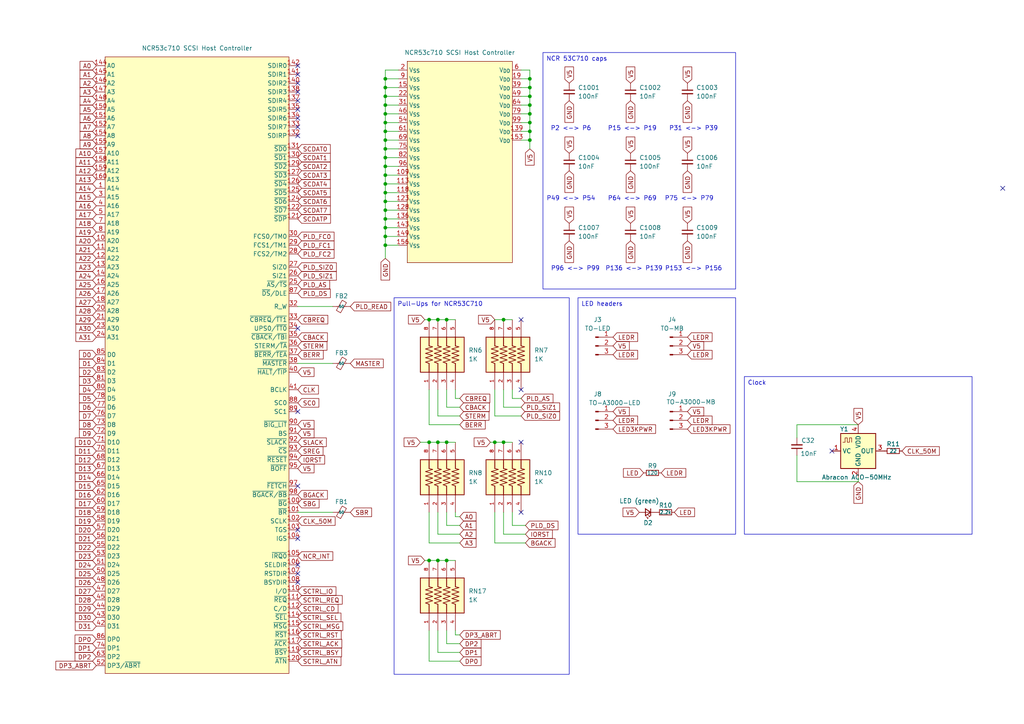
<source format=kicad_sch>
(kicad_sch (version 20250114) (generator "eeschema") (generator_version "9.0")
  (paper "A4")
  (title_block (title "A4092") (rev "PROTO0") (company "amiga.technology"))
  (text "P2 <-> P6" (at 165.608 37.338 0) (effects (font (size 1.27 1.27))))
  (text "P96 <-> P99" (at 166.878 77.978 0) (effects (font (size 1.27 1.27))))
  (text "P49 <-> P54" (at 165.608 57.658 0) (effects (font (size 1.27 1.27))))
  (text "P136 <-> P139" (at 183.896 77.978 0) (effects (font (size 1.27 1.27))))
  (text "P153 <-> P156" (at 201.168 77.978 0) (effects (font (size 1.27 1.27))))
  (text "P31 <-> P39" (at 201.168 37.338 0) (effects (font (size 1.27 1.27))))
  (text "P64 <-> P69" (at 183.388 57.658 0) (effects (font (size 1.27 1.27))))
  (text "P15 <-> P19" (at 183.388 37.338 0) (effects (font (size 1.27 1.27))))
  (text "P75 <-> P79" (at 199.898 57.658 0) (effects (font (size 1.27 1.27))))
  (text_box "LED headers\n" (at 167.64 86.36 0) (size 45.72 68.58) (margins 0.9525 0.9525 0.9525 0.9525) (effects (font (size 1.27 1.27)) (justify left top)))
  (text_box "NCR 53C710 caps" (at 157.48 15.24 0) (size 55.88 68.58) (margins 0.9525 0.9525 0.9525 0.9525) (effects (font (size 1.27 1.27)) (justify left top)))
  (text_box "Clock\n" (at 215.9 109.22 0) (size 66.04 45.72) (margins 0.9525 0.9525 0.9525 0.9525) (effects (font (size 1.27 1.27)) (justify left top)))
  (text_box "Pull-Ups for NCR53C710" (at 114.3 86.36 0) (size 50.8 109.22) (margins 0.9525 0.9525 0.9525 0.9525) (effects (font (size 1.27 1.27)) (justify left top)))
  (junction (at 111.76 55.88))
  (junction (at 124.46 92.71))
  (junction (at 111.76 27.94))
  (junction (at 124.46 162.56))
  (junction (at 111.76 22.86))
  (junction (at 129.54 92.71))
  (junction (at 153.67 35.56))
  (junction (at 111.76 48.26))
  (junction (at 129.54 128.27))
  (junction (at 153.67 25.4))
  (junction (at 127 162.56))
  (junction (at 111.76 68.58))
  (junction (at 111.76 58.42))
  (junction (at 111.76 66.04))
  (junction (at 111.76 35.56))
  (junction (at 111.76 50.8))
  (junction (at 153.67 27.94))
  (junction (at 111.76 53.34))
  (junction (at 129.54 162.56))
  (junction (at 111.76 45.72))
  (junction (at 146.05 128.27))
  (junction (at 153.67 33.02))
  (junction (at 111.76 40.64))
  (junction (at 111.76 33.02))
  (junction (at 143.51 128.27))
  (junction (at 153.67 30.48))
  (junction (at 153.67 22.86))
  (junction (at 111.76 60.96))
  (junction (at 153.67 38.1))
  (junction (at 111.76 30.48))
  (junction (at 111.76 43.18))
  (junction (at 111.76 63.5))
  (junction (at 111.76 38.1))
  (junction (at 124.46 128.27))
  (junction (at 111.76 71.12))
  (junction (at 153.67 40.64))
  (junction (at 127 128.27))
  (junction (at 146.05 92.71))
  (junction (at 111.76 25.4))
  (junction (at 127 92.71))
  (no_connect (at 86.36 153.67))
  (no_connect (at 241.3 130.81))
  (no_connect (at 86.36 163.83))
  (no_connect (at 151.13 148.59))
  (no_connect (at 151.13 113.03))
  (no_connect (at 86.36 24.13))
  (no_connect (at 86.36 29.21))
  (no_connect (at 86.36 168.91))
  (no_connect (at 151.13 128.27))
  (no_connect (at 151.13 92.71))
  (no_connect (at 86.36 31.75))
  (no_connect (at 86.36 19.05))
  (no_connect (at 86.36 26.67))
  (no_connect (at 86.36 95.25))
  (no_connect (at 86.36 140.97))
  (no_connect (at 86.36 34.29))
  (no_connect (at 86.36 21.59))
  (no_connect (at 86.36 156.21))
  (no_connect (at 290.83 54.61))
  (no_connect (at 86.36 166.37))
  (no_connect (at 86.36 39.37))
  (no_connect (at 86.36 36.83))
  (no_connect (at 86.36 119.38))
  (wire (pts (xy 111.76 20.32) (xy 115.57 20.32)))
  (wire (pts (xy 124.46 123.19) (xy 124.46 113.03)))
  (wire (pts (xy 129.54 162.56) (xy 132.08 162.56)))
  (wire (pts (xy 127 154.94) (xy 127 148.59)))
  (wire (pts (xy 123.19 92.71) (xy 124.46 92.71)))
  (wire (pts (xy 111.76 48.26) (xy 111.76 50.8)))
  (wire (pts (xy 124.46 162.56) (xy 127 162.56)))
  (wire (pts (xy 127 92.71) (xy 129.54 92.71)))
  (wire (pts (xy 151.13 22.86) (xy 153.67 22.86)))
  (wire (pts (xy 111.76 25.4) (xy 115.57 25.4)))
  (wire (pts (xy 142.24 128.27) (xy 143.51 128.27)))
  (wire (pts (xy 153.67 25.4) (xy 153.67 27.94)))
  (wire (pts (xy 153.67 30.48) (xy 153.67 33.02)))
  (wire (pts (xy 248.92 139.7) (xy 231.14 139.7)))
  (wire (pts (xy 132.08 149.86) (xy 132.08 148.59)))
  (wire (pts (xy 248.92 139.7) (xy 248.92 138.43)))
  (wire (pts (xy 124.46 191.77) (xy 124.46 182.88)))
  (wire (pts (xy 124.46 157.48) (xy 124.46 148.59)))
  (wire (pts (xy 111.76 27.94) (xy 111.76 25.4)))
  (wire (pts (xy 153.67 35.56) (xy 153.67 38.1)))
  (wire (pts (xy 151.13 33.02) (xy 153.67 33.02)))
  (wire (pts (xy 111.76 66.04) (xy 115.57 66.04)))
  (wire (pts (xy 146.05 118.11) (xy 151.13 118.11)))
  (wire (pts (xy 111.76 38.1) (xy 115.57 38.1)))
  (wire (pts (xy 111.76 43.18) (xy 111.76 45.72)))
  (wire (pts (xy 111.76 22.86) (xy 115.57 22.86)))
  (wire (pts (xy 129.54 186.69) (xy 129.54 182.88)))
  (wire (pts (xy 143.51 120.65) (xy 151.13 120.65)))
  (wire (pts (xy 127 120.65) (xy 127 113.03)))
  (wire (pts (xy 111.76 68.58) (xy 111.76 71.12)))
  (wire (pts (xy 111.76 33.02) (xy 111.76 35.56)))
  (wire (pts (xy 111.76 33.02) (xy 111.76 30.48)))
  (wire (pts (xy 133.35 149.86) (xy 132.08 149.86)))
  (wire (pts (xy 146.05 92.71) (xy 148.59 92.71)))
  (wire (pts (xy 152.4 154.94) (xy 146.05 154.94)))
  (wire (pts (xy 133.35 191.77) (xy 124.46 191.77)))
  (wire (pts (xy 111.76 63.5) (xy 111.76 66.04)))
  (wire (pts (xy 111.76 45.72) (xy 115.57 45.72)))
  (wire (pts (xy 111.76 30.48) (xy 115.57 30.48)))
  (wire (pts (xy 111.76 50.8) (xy 111.76 53.34)))
  (wire (pts (xy 111.76 55.88) (xy 115.57 55.88)))
  (wire (pts (xy 146.05 128.27) (xy 148.59 128.27)))
  (wire (pts (xy 133.35 120.65) (xy 127 120.65)))
  (wire (pts (xy 111.76 43.18) (xy 115.57 43.18)))
  (wire (pts (xy 111.76 40.64) (xy 111.76 43.18)))
  (wire (pts (xy 133.35 186.69) (xy 129.54 186.69)))
  (wire (pts (xy 111.76 22.86) (xy 111.76 20.32)))
  (wire (pts (xy 111.76 71.12) (xy 111.76 74.93)))
  (wire (pts (xy 152.4 152.4) (xy 148.59 152.4)))
  (wire (pts (xy 133.35 157.48) (xy 124.46 157.48)))
  (wire (pts (xy 111.76 30.48) (xy 111.76 27.94)))
  (wire (pts (xy 151.13 30.48) (xy 153.67 30.48)))
  (wire (pts (xy 111.76 50.8) (xy 115.57 50.8)))
  (wire (pts (xy 111.76 33.02) (xy 115.57 33.02)))
  (wire (pts (xy 111.76 38.1) (xy 111.76 40.64)))
  (wire (pts (xy 133.35 152.4) (xy 129.54 152.4)))
  (wire (pts (xy 132.08 113.03) (xy 132.08 115.57)))
  (wire (pts (xy 111.76 71.12) (xy 115.57 71.12)))
  (wire (pts (xy 111.76 58.42) (xy 115.57 58.42)))
  (wire (pts (xy 129.54 118.11) (xy 129.54 113.03)))
  (wire (pts (xy 153.67 22.86) (xy 153.67 25.4)))
  (wire (pts (xy 111.76 27.94) (xy 115.57 27.94)))
  (wire (pts (xy 111.76 35.56) (xy 111.76 38.1)))
  (wire (pts (xy 132.08 184.15) (xy 132.08 182.88)))
  (wire (pts (xy 129.54 92.71) (xy 132.08 92.71)))
  (wire (pts (xy 231.14 139.7) (xy 231.14 132.08)))
  (wire (pts (xy 115.57 35.56) (xy 111.76 35.56)))
  (wire (pts (xy 133.35 118.11) (xy 129.54 118.11)))
  (wire (pts (xy 111.76 55.88) (xy 111.76 58.42)))
  (wire (pts (xy 111.76 53.34) (xy 115.57 53.34)))
  (wire (pts (xy 148.59 115.57) (xy 151.13 115.57)))
  (wire (pts (xy 152.4 157.48) (xy 143.51 157.48)))
  (wire (pts (xy 111.76 53.34) (xy 111.76 55.88)))
  (wire (pts (xy 133.35 184.15) (xy 132.08 184.15)))
  (wire (pts (xy 86.36 88.9) (xy 96.52 88.9)))
  (wire (pts (xy 129.54 128.27) (xy 132.08 128.27)))
  (wire (pts (xy 151.13 27.94) (xy 153.67 27.94)))
  (wire (pts (xy 143.51 92.71) (xy 146.05 92.71)))
  (wire (pts (xy 151.13 40.64) (xy 153.67 40.64)))
  (wire (pts (xy 133.35 154.94) (xy 127 154.94)))
  (wire (pts (xy 231.14 123.19) (xy 231.14 127)))
  (wire (pts (xy 132.08 115.57) (xy 133.35 115.57)))
  (wire (pts (xy 111.76 60.96) (xy 115.57 60.96)))
  (wire (pts (xy 127 162.56) (xy 129.54 162.56)))
  (wire (pts (xy 111.76 63.5) (xy 115.57 63.5)))
  (wire (pts (xy 111.76 58.42) (xy 111.76 60.96)))
  (wire (pts (xy 133.35 189.23) (xy 127 189.23)))
  (wire (pts (xy 143.51 157.48) (xy 143.51 148.59)))
  (wire (pts (xy 148.59 152.4) (xy 148.59 148.59)))
  (wire (pts (xy 111.76 48.26) (xy 115.57 48.26)))
  (wire (pts (xy 151.13 25.4) (xy 153.67 25.4)))
  (wire (pts (xy 153.67 40.64) (xy 153.67 43.18)))
  (wire (pts (xy 148.59 113.03) (xy 148.59 115.57)))
  (wire (pts (xy 143.51 128.27) (xy 146.05 128.27)))
  (wire (pts (xy 146.05 154.94) (xy 146.05 148.59)))
  (wire (pts (xy 129.54 152.4) (xy 129.54 148.59)))
  (wire (pts (xy 111.76 25.4) (xy 111.76 22.86)))
  (wire (pts (xy 133.35 123.19) (xy 124.46 123.19)))
  (wire (pts (xy 111.76 60.96) (xy 111.76 63.5)))
  (wire (pts (xy 146.05 113.03) (xy 146.05 118.11)))
  (wire (pts (xy 111.76 45.72) (xy 111.76 48.26)))
  (wire (pts (xy 123.19 162.56) (xy 124.46 162.56)))
  (wire (pts (xy 248.92 123.19) (xy 231.14 123.19)))
  (wire (pts (xy 143.51 113.03) (xy 143.51 120.65)))
  (wire (pts (xy 151.13 35.56) (xy 153.67 35.56)))
  (wire (pts (xy 127 128.27) (xy 129.54 128.27)))
  (wire (pts (xy 121.92 128.27) (xy 124.46 128.27)))
  (wire (pts (xy 111.76 66.04) (xy 111.76 68.58)))
  (wire (pts (xy 127 189.23) (xy 127 182.88)))
  (wire (pts (xy 153.67 27.94) (xy 153.67 30.48)))
  (wire (pts (xy 86.36 148.59) (xy 96.52 148.59)))
  (wire (pts (xy 124.46 128.27) (xy 127 128.27)))
  (wire (pts (xy 151.13 38.1) (xy 153.67 38.1)))
  (wire (pts (xy 153.67 33.02) (xy 153.67 35.56)))
  (wire (pts (xy 111.76 40.64) (xy 115.57 40.64)))
  (wire (pts (xy 151.13 20.32) (xy 153.67 20.32)))
  (wire (pts (xy 153.67 38.1) (xy 153.67 40.64)))
  (wire (pts (xy 86.36 105.41) (xy 96.52 105.41)))
  (wire (pts (xy 124.46 92.71) (xy 127 92.71)))
  (wire (pts (xy 111.76 68.58) (xy 115.57 68.58)))
  (wire (pts (xy 153.67 20.32) (xy 153.67 22.86)))
  (global_label "SCDAT0" (shape input) (at 86.36 43.18 0) (property "Intersheetrefs" "${INTERSHEET_REFS}" (effects (hide yes))))
  (global_label "LED3KPWR" (shape input) (at 177.8 124.46 0) (property "Intersheetrefs" "${INTERSHEET_REFS}" (effects (hide yes))))
  (global_label "A31" (shape input) (at 27.94 97.79 180) (property "Intersheetrefs" "${INTERSHEET_REFS}" (effects (hide yes))))
  (global_label "A2" (shape input) (at 133.35 154.94 0) (property "Intersheetrefs" "${INTERSHEET_REFS}" (effects (hide yes))))
  (global_label "SCTRL_REQ" (shape input) (at 86.36 173.99 0) (property "Intersheetrefs" "${INTERSHEET_REFS}" (effects (hide yes))))
  (global_label "CLK_50M" (shape input) (at 261.62 130.81 0) (property "Intersheetrefs" "${INTERSHEET_REFS}" (effects (hide yes))))
  (global_label "A10" (shape input) (at 27.94 44.45 180) (property "Intersheetrefs" "${INTERSHEET_REFS}" (effects (hide yes))))
  (global_label "V5" (shape input) (at 248.92 123.19 90) (property "Intersheetrefs" "${INTERSHEET_REFS}" (effects (hide yes))))
  (global_label "A8" (shape input) (at 27.94 39.37 180) (property "Intersheetrefs" "${INTERSHEET_REFS}" (effects (hide yes))))
  (global_label "D23" (shape input) (at 27.94 161.29 180) (property "Intersheetrefs" "${INTERSHEET_REFS}" (effects (hide yes))))
  (global_label "BGACK" (shape input) (at 152.4 157.48 0) (property "Intersheetrefs" "${INTERSHEET_REFS}" (effects (hide yes))))
  (global_label "PLD_SIZ1" (shape input) (at 151.13 118.11 0) (property "Intersheetrefs" "${INTERSHEET_REFS}" (effects (hide yes))))
  (global_label "V5" (shape input) (at 165.1 64.77 90) (property "Intersheetrefs" "${INTERSHEET_REFS}" (effects (hide yes))))
  (global_label "V5" (shape input) (at 177.8 119.38 0) (property "Intersheetrefs" "${INTERSHEET_REFS}" (effects (hide yes))))
  (global_label "D12" (shape input) (at 27.94 133.35 180) (property "Intersheetrefs" "${INTERSHEET_REFS}" (effects (hide yes))))
  (global_label "A5" (shape input) (at 27.94 31.75 180) (property "Intersheetrefs" "${INTERSHEET_REFS}" (effects (hide yes))))
  (global_label "GND" (shape input) (at 199.39 49.53 270) (property "Intersheetrefs" "${INTERSHEET_REFS}" (effects (hide yes))))
  (global_label "DP0" (shape input) (at 27.94 185.42 180) (property "Intersheetrefs" "${INTERSHEET_REFS}" (effects (hide yes))))
  (global_label "SCDAT5" (shape input) (at 86.36 55.88 0) (property "Intersheetrefs" "${INTERSHEET_REFS}" (effects (hide yes))))
  (global_label "D13" (shape input) (at 27.94 135.89 180) (property "Intersheetrefs" "${INTERSHEET_REFS}" (effects (hide yes))))
  (global_label "V5" (shape input) (at 86.36 135.89 0) (property "Intersheetrefs" "${INTERSHEET_REFS}" (effects (hide yes))))
  (global_label "V5" (shape input) (at 143.51 92.71 180) (property "Intersheetrefs" "${INTERSHEET_REFS}" (effects (hide yes))))
  (global_label "D28" (shape input) (at 27.94 173.99 180) (property "Intersheetrefs" "${INTERSHEET_REFS}" (effects (hide yes))))
  (global_label "IORST" (shape input) (at 86.36 133.35 0) (property "Intersheetrefs" "${INTERSHEET_REFS}" (effects (hide yes))))
  (global_label "A16" (shape input) (at 27.94 59.69 180) (property "Intersheetrefs" "${INTERSHEET_REFS}" (effects (hide yes))))
  (global_label "A13" (shape input) (at 27.94 52.07 180) (property "Intersheetrefs" "${INTERSHEET_REFS}" (effects (hide yes))))
  (global_label "V5" (shape input) (at 185.42 148.59 180) (property "Intersheetrefs" "${INTERSHEET_REFS}" (effects (hide yes))))
  (global_label "D24" (shape input) (at 27.94 163.83 180) (property "Intersheetrefs" "${INTERSHEET_REFS}" (effects (hide yes))))
  (global_label "A3" (shape input) (at 27.94 26.67 180) (property "Intersheetrefs" "${INTERSHEET_REFS}" (effects (hide yes))))
  (global_label "A24" (shape input) (at 27.94 80.01 180) (property "Intersheetrefs" "${INTERSHEET_REFS}" (effects (hide yes))))
  (global_label "SCDATP" (shape input) (at 86.36 63.5 0) (property "Intersheetrefs" "${INTERSHEET_REFS}" (effects (hide yes))))
  (global_label "SCTRL_ATN" (shape input) (at 86.36 191.77 0) (property "Intersheetrefs" "${INTERSHEET_REFS}" (effects (hide yes))))
  (global_label "DP1" (shape input) (at 27.94 187.96 180) (property "Intersheetrefs" "${INTERSHEET_REFS}" (effects (hide yes))))
  (global_label "SLACK" (shape input) (at 86.36 128.27 0) (property "Intersheetrefs" "${INTERSHEET_REFS}" (effects (hide yes))))
  (global_label "D6" (shape input) (at 27.94 118.11 180) (property "Intersheetrefs" "${INTERSHEET_REFS}" (effects (hide yes))))
  (global_label "D31" (shape input) (at 27.94 181.61 180) (property "Intersheetrefs" "${INTERSHEET_REFS}" (effects (hide yes))))
  (global_label "BERR" (shape input) (at 86.36 102.87 0) (property "Intersheetrefs" "${INTERSHEET_REFS}" (effects (hide yes))))
  (global_label "GND" (shape input) (at 199.39 69.85 270) (property "Intersheetrefs" "${INTERSHEET_REFS}" (effects (hide yes))))
  (global_label "PLD_SIZ0" (shape input) (at 86.36 77.47 0) (property "Intersheetrefs" "${INTERSHEET_REFS}" (effects (hide yes))))
  (global_label "LEDR" (shape input) (at 199.39 97.79 0) (property "Intersheetrefs" "${INTERSHEET_REFS}" (effects (hide yes))))
  (global_label "A1" (shape input) (at 133.35 152.4 0) (property "Intersheetrefs" "${INTERSHEET_REFS}" (effects (hide yes))))
  (global_label "A0" (shape input) (at 27.94 19.05 180) (property "Intersheetrefs" "${INTERSHEET_REFS}" (effects (hide yes))))
  (global_label "SCTRL_SEL" (shape input) (at 86.36 179.07 0) (property "Intersheetrefs" "${INTERSHEET_REFS}" (effects (hide yes))))
  (global_label "SCDAT7" (shape input) (at 86.36 60.96 0) (property "Intersheetrefs" "${INTERSHEET_REFS}" (effects (hide yes))))
  (global_label "A3" (shape input) (at 133.35 157.48 0) (property "Intersheetrefs" "${INTERSHEET_REFS}" (effects (hide yes))))
  (global_label "V5" (shape input) (at 142.24 128.27 180) (property "Intersheetrefs" "${INTERSHEET_REFS}" (effects (hide yes))))
  (global_label "SCDAT2" (shape input) (at 86.36 48.26 0) (property "Intersheetrefs" "${INTERSHEET_REFS}" (effects (hide yes))))
  (global_label "D15" (shape input) (at 27.94 140.97 180) (property "Intersheetrefs" "${INTERSHEET_REFS}" (effects (hide yes))))
  (global_label "V5" (shape input) (at 199.39 44.45 90) (property "Intersheetrefs" "${INTERSHEET_REFS}" (effects (hide yes))))
  (global_label "CLK_50M" (shape input) (at 86.36 151.13 0) (property "Intersheetrefs" "${INTERSHEET_REFS}" (effects (hide yes))))
  (global_label "SREG" (shape input) (at 86.36 130.81 0) (property "Intersheetrefs" "${INTERSHEET_REFS}" (effects (hide yes))))
  (global_label "D16" (shape input) (at 27.94 143.51 180) (property "Intersheetrefs" "${INTERSHEET_REFS}" (effects (hide yes))))
  (global_label "DP3_ABRT" (shape input) (at 133.35 184.15 0) (property "Intersheetrefs" "${INTERSHEET_REFS}" (effects (hide yes))))
  (global_label "BGACK" (shape input) (at 86.36 143.51 0) (property "Intersheetrefs" "${INTERSHEET_REFS}" (effects (hide yes))))
  (global_label "V5" (shape input) (at 165.1 24.13 90) (property "Intersheetrefs" "${INTERSHEET_REFS}" (effects (hide yes))))
  (global_label "SCTRL_MSG" (shape input) (at 86.36 181.61 0) (property "Intersheetrefs" "${INTERSHEET_REFS}" (effects (hide yes))))
  (global_label "LEDR" (shape input) (at 177.8 121.92 0) (property "Intersheetrefs" "${INTERSHEET_REFS}" (effects (hide yes))))
  (global_label "IORST" (shape input) (at 152.4 154.94 0) (property "Intersheetrefs" "${INTERSHEET_REFS}" (effects (hide yes))))
  (global_label "D27" (shape input) (at 27.94 171.45 180) (property "Intersheetrefs" "${INTERSHEET_REFS}" (effects (hide yes))))
  (global_label "V5" (shape input) (at 123.19 92.71 180) (property "Intersheetrefs" "${INTERSHEET_REFS}" (effects (hide yes))))
  (global_label "GND" (shape input) (at 182.88 49.53 270) (property "Intersheetrefs" "${INTERSHEET_REFS}" (effects (hide yes))))
  (global_label "SBG" (shape input) (at 86.36 146.05 0) (property "Intersheetrefs" "${INTERSHEET_REFS}" (effects (hide yes))))
  (global_label "D20" (shape input) (at 27.94 153.67 180) (property "Intersheetrefs" "${INTERSHEET_REFS}" (effects (hide yes))))
  (global_label "PLD_FC2" (shape input) (at 86.36 73.66 0) (property "Intersheetrefs" "${INTERSHEET_REFS}" (effects (hide yes))))
  (global_label "D18" (shape input) (at 27.94 148.59 180) (property "Intersheetrefs" "${INTERSHEET_REFS}" (effects (hide yes))))
  (global_label "A19" (shape input) (at 27.94 67.31 180) (property "Intersheetrefs" "${INTERSHEET_REFS}" (effects (hide yes))))
  (global_label "LEDR" (shape input) (at 191.77 137.16 0) (property "Intersheetrefs" "${INTERSHEET_REFS}" (effects (hide yes))))
  (global_label "LEDR" (shape input) (at 199.39 102.87 0) (property "Intersheetrefs" "${INTERSHEET_REFS}" (effects (hide yes))))
  (global_label "A6" (shape input) (at 27.94 34.29 180) (property "Intersheetrefs" "${INTERSHEET_REFS}" (effects (hide yes))))
  (global_label "LED3KPWR" (shape input) (at 199.39 124.46 0) (property "Intersheetrefs" "${INTERSHEET_REFS}" (effects (hide yes))))
  (global_label "PLD_FC0" (shape input) (at 86.36 68.58 0) (property "Intersheetrefs" "${INTERSHEET_REFS}" (effects (hide yes))))
  (global_label "V5" (shape input) (at 177.8 100.33 0) (property "Intersheetrefs" "${INTERSHEET_REFS}" (effects (hide yes))))
  (global_label "A14" (shape input) (at 27.94 54.61 180) (property "Intersheetrefs" "${INTERSHEET_REFS}" (effects (hide yes))))
  (global_label "D22" (shape input) (at 27.94 158.75 180) (property "Intersheetrefs" "${INTERSHEET_REFS}" (effects (hide yes))))
  (global_label "CBREQ" (shape input) (at 133.35 115.57 0) (property "Intersheetrefs" "${INTERSHEET_REFS}" (effects (hide yes))))
  (global_label "D30" (shape input) (at 27.94 179.07 180) (property "Intersheetrefs" "${INTERSHEET_REFS}" (effects (hide yes))))
  (global_label "PLD_DS" (shape input) (at 86.36 85.09 0) (property "Intersheetrefs" "${INTERSHEET_REFS}" (effects (hide yes))))
  (global_label "SCTRL_RST" (shape input) (at 86.36 184.15 0) (property "Intersheetrefs" "${INTERSHEET_REFS}" (effects (hide yes))))
  (global_label "GND" (shape input) (at 111.76 74.93 270) (property "Intersheetrefs" "${INTERSHEET_REFS}" (effects (hide yes))))
  (global_label "SCDAT4" (shape input) (at 86.36 53.34 0) (property "Intersheetrefs" "${INTERSHEET_REFS}" (effects (hide yes))))
  (global_label "SBR" (shape input) (at 101.6 148.59 0) (property "Intersheetrefs" "${INTERSHEET_REFS}" (effects (hide yes))))
  (global_label "CBACK" (shape input) (at 133.35 118.11 0) (property "Intersheetrefs" "${INTERSHEET_REFS}" (effects (hide yes))))
  (global_label "V5" (shape input) (at 165.1 44.45 90) (property "Intersheetrefs" "${INTERSHEET_REFS}" (effects (hide yes))))
  (global_label "D8" (shape input) (at 27.94 123.19 180) (property "Intersheetrefs" "${INTERSHEET_REFS}" (effects (hide yes))))
  (global_label "DP3_ABRT" (shape input) (at 27.94 193.04 180) (property "Intersheetrefs" "${INTERSHEET_REFS}" (effects (hide yes))))
  (global_label "PLD_AS" (shape input) (at 86.36 82.55 0) (property "Intersheetrefs" "${INTERSHEET_REFS}" (effects (hide yes))))
  (global_label "D2" (shape input) (at 27.94 107.95 180) (property "Intersheetrefs" "${INTERSHEET_REFS}" (effects (hide yes))))
  (global_label "SC0" (shape input) (at 86.36 116.84 0) (property "Intersheetrefs" "${INTERSHEET_REFS}" (effects (hide yes))))
  (global_label "BERR" (shape input) (at 133.35 123.19 0) (property "Intersheetrefs" "${INTERSHEET_REFS}" (effects (hide yes))))
  (global_label "DP2" (shape input) (at 27.94 190.5 180) (property "Intersheetrefs" "${INTERSHEET_REFS}" (effects (hide yes))))
  (global_label "A21" (shape input) (at 27.94 72.39 180) (property "Intersheetrefs" "${INTERSHEET_REFS}" (effects (hide yes))))
  (global_label "SCDAT1" (shape input) (at 86.36 45.72 0) (property "Intersheetrefs" "${INTERSHEET_REFS}" (effects (hide yes))))
  (global_label "GND" (shape input) (at 248.92 139.7 270) (property "Intersheetrefs" "${INTERSHEET_REFS}" (effects (hide yes))))
  (global_label "A18" (shape input) (at 27.94 64.77 180) (property "Intersheetrefs" "${INTERSHEET_REFS}" (effects (hide yes))))
  (global_label "V5" (shape input) (at 121.92 128.27 180) (property "Intersheetrefs" "${INTERSHEET_REFS}" (effects (hide yes))))
  (global_label "LEDR" (shape input) (at 177.8 102.87 0) (property "Intersheetrefs" "${INTERSHEET_REFS}" (effects (hide yes))))
  (global_label "D4" (shape input) (at 27.94 113.03 180) (property "Intersheetrefs" "${INTERSHEET_REFS}" (effects (hide yes))))
  (global_label "V5" (shape input) (at 199.39 64.77 90) (property "Intersheetrefs" "${INTERSHEET_REFS}" (effects (hide yes))))
  (global_label "D14" (shape input) (at 27.94 138.43 180) (property "Intersheetrefs" "${INTERSHEET_REFS}" (effects (hide yes))))
  (global_label "LED" (shape input) (at 186.69 137.16 180) (property "Intersheetrefs" "${INTERSHEET_REFS}" (effects (hide yes))))
  (global_label "SCDAT3" (shape input) (at 86.36 50.8 0) (property "Intersheetrefs" "${INTERSHEET_REFS}" (effects (hide yes))))
  (global_label "V5" (shape input) (at 182.88 24.13 90) (property "Intersheetrefs" "${INTERSHEET_REFS}" (effects (hide yes))))
  (global_label "A0" (shape input) (at 133.35 149.86 0) (property "Intersheetrefs" "${INTERSHEET_REFS}" (effects (hide yes))))
  (global_label "A11" (shape input) (at 27.94 46.99 180) (property "Intersheetrefs" "${INTERSHEET_REFS}" (effects (hide yes))))
  (global_label "GND" (shape input) (at 182.88 69.85 270) (property "Intersheetrefs" "${INTERSHEET_REFS}" (effects (hide yes))))
  (global_label "STERM" (shape input) (at 86.36 100.33 0) (property "Intersheetrefs" "${INTERSHEET_REFS}" (effects (hide yes))))
  (global_label "LEDR" (shape input) (at 199.39 121.92 0) (property "Intersheetrefs" "${INTERSHEET_REFS}" (effects (hide yes))))
  (global_label "SCTRL_IO" (shape input) (at 86.36 171.45 0) (property "Intersheetrefs" "${INTERSHEET_REFS}" (effects (hide yes))))
  (global_label "MASTER" (shape input) (at 101.6 105.41 0) (property "Intersheetrefs" "${INTERSHEET_REFS}" (effects (hide yes))))
  (global_label "D29" (shape input) (at 27.94 176.53 180) (property "Intersheetrefs" "${INTERSHEET_REFS}" (effects (hide yes))))
  (global_label "GND" (shape input) (at 182.88 29.21 270) (property "Intersheetrefs" "${INTERSHEET_REFS}" (effects (hide yes))))
  (global_label "D3" (shape input) (at 27.94 110.49 180) (property "Intersheetrefs" "${INTERSHEET_REFS}" (effects (hide yes))))
  (global_label "V5" (shape input) (at 86.36 123.19 0) (property "Intersheetrefs" "${INTERSHEET_REFS}" (effects (hide yes))))
  (global_label "D19" (shape input) (at 27.94 151.13 180) (property "Intersheetrefs" "${INTERSHEET_REFS}" (effects (hide yes))))
  (global_label "DP0" (shape input) (at 133.35 191.77 0) (property "Intersheetrefs" "${INTERSHEET_REFS}" (effects (hide yes))))
  (global_label "A25" (shape input) (at 27.94 82.55 180) (property "Intersheetrefs" "${INTERSHEET_REFS}" (effects (hide yes))))
  (global_label "SCTRL_BSY" (shape input) (at 86.36 189.23 0) (property "Intersheetrefs" "${INTERSHEET_REFS}" (effects (hide yes))))
  (global_label "A17" (shape input) (at 27.94 62.23 180) (property "Intersheetrefs" "${INTERSHEET_REFS}" (effects (hide yes))))
  (global_label "D5" (shape input) (at 27.94 115.57 180) (property "Intersheetrefs" "${INTERSHEET_REFS}" (effects (hide yes))))
  (global_label "PLD_AS" (shape input) (at 151.13 115.57 0) (property "Intersheetrefs" "${INTERSHEET_REFS}" (effects (hide yes))))
  (global_label "D9" (shape input) (at 27.94 125.73 180) (property "Intersheetrefs" "${INTERSHEET_REFS}" (effects (hide yes))))
  (global_label "PLD_READ" (shape input) (at 101.6 88.9 0) (property "Intersheetrefs" "${INTERSHEET_REFS}" (effects (hide yes))))
  (global_label "CBACK" (shape input) (at 86.36 97.79 0) (property "Intersheetrefs" "${INTERSHEET_REFS}" (effects (hide yes))))
  (global_label "V5" (shape input) (at 199.39 100.33 0) (property "Intersheetrefs" "${INTERSHEET_REFS}" (effects (hide yes))))
  (global_label "D21" (shape input) (at 27.94 156.21 180) (property "Intersheetrefs" "${INTERSHEET_REFS}" (effects (hide yes))))
  (global_label "DP2" (shape input) (at 133.35 186.69 0) (property "Intersheetrefs" "${INTERSHEET_REFS}" (effects (hide yes))))
  (global_label "A29" (shape input) (at 27.94 92.71 180) (property "Intersheetrefs" "${INTERSHEET_REFS}" (effects (hide yes))))
  (global_label "STERM" (shape input) (at 133.35 120.65 0) (property "Intersheetrefs" "${INTERSHEET_REFS}" (effects (hide yes))))
  (global_label "LED" (shape input) (at 195.58 148.59 0) (property "Intersheetrefs" "${INTERSHEET_REFS}" (effects (hide yes))))
  (global_label "A28" (shape input) (at 27.94 90.17 180) (property "Intersheetrefs" "${INTERSHEET_REFS}" (effects (hide yes))))
  (global_label "PLD_DS" (shape input) (at 152.4 152.4 0) (property "Intersheetrefs" "${INTERSHEET_REFS}" (effects (hide yes))))
  (global_label "A1" (shape input) (at 27.94 21.59 180) (property "Intersheetrefs" "${INTERSHEET_REFS}" (effects (hide yes))))
  (global_label "D17" (shape input) (at 27.94 146.05 180) (property "Intersheetrefs" "${INTERSHEET_REFS}" (effects (hide yes))))
  (global_label "GND" (shape input) (at 165.1 49.53 270) (property "Intersheetrefs" "${INTERSHEET_REFS}" (effects (hide yes))))
  (global_label "A22" (shape input) (at 27.94 74.93 180) (property "Intersheetrefs" "${INTERSHEET_REFS}" (effects (hide yes))))
  (global_label "LEDR" (shape input) (at 177.8 97.79 0) (property "Intersheetrefs" "${INTERSHEET_REFS}" (effects (hide yes))))
  (global_label "A2" (shape input) (at 27.94 24.13 180) (property "Intersheetrefs" "${INTERSHEET_REFS}" (effects (hide yes))))
  (global_label "V5" (shape input) (at 86.36 125.73 0) (property "Intersheetrefs" "${INTERSHEET_REFS}" (effects (hide yes))))
  (global_label "D7" (shape input) (at 27.94 120.65 180) (property "Intersheetrefs" "${INTERSHEET_REFS}" (effects (hide yes))))
  (global_label "A20" (shape input) (at 27.94 69.85 180) (property "Intersheetrefs" "${INTERSHEET_REFS}" (effects (hide yes))))
  (global_label "A23" (shape input) (at 27.94 77.47 180) (property "Intersheetrefs" "${INTERSHEET_REFS}" (effects (hide yes))))
  (global_label "A12" (shape input) (at 27.94 49.53 180) (property "Intersheetrefs" "${INTERSHEET_REFS}" (effects (hide yes))))
  (global_label "A27" (shape input) (at 27.94 87.63 180) (property "Intersheetrefs" "${INTERSHEET_REFS}" (effects (hide yes))))
  (global_label "V5" (shape input) (at 182.88 64.77 90) (property "Intersheetrefs" "${INTERSHEET_REFS}" (effects (hide yes))))
  (global_label "A26" (shape input) (at 27.94 85.09 180) (property "Intersheetrefs" "${INTERSHEET_REFS}" (effects (hide yes))))
  (global_label "PLD_FC1" (shape input) (at 86.36 71.12 0) (property "Intersheetrefs" "${INTERSHEET_REFS}" (effects (hide yes))))
  (global_label "GND" (shape input) (at 199.39 29.21 270) (property "Intersheetrefs" "${INTERSHEET_REFS}" (effects (hide yes))))
  (global_label "D0" (shape input) (at 27.94 102.87 180) (property "Intersheetrefs" "${INTERSHEET_REFS}" (effects (hide yes))))
  (global_label "GND" (shape input) (at 165.1 29.21 270) (property "Intersheetrefs" "${INTERSHEET_REFS}" (effects (hide yes))))
  (global_label "PLD_SIZ1" (shape input) (at 86.36 80.01 0) (property "Intersheetrefs" "${INTERSHEET_REFS}" (effects (hide yes))))
  (global_label "A4" (shape input) (at 27.94 29.21 180) (property "Intersheetrefs" "${INTERSHEET_REFS}" (effects (hide yes))))
  (global_label "D10" (shape input) (at 27.94 128.27 180) (property "Intersheetrefs" "${INTERSHEET_REFS}" (effects (hide yes))))
  (global_label "D11" (shape input) (at 27.94 130.81 180) (property "Intersheetrefs" "${INTERSHEET_REFS}" (effects (hide yes))))
  (global_label "SCTRL_CD" (shape input) (at 86.36 176.53 0) (property "Intersheetrefs" "${INTERSHEET_REFS}" (effects (hide yes))))
  (global_label "PLD_SIZ0" (shape input) (at 151.13 120.65 0) (property "Intersheetrefs" "${INTERSHEET_REFS}" (effects (hide yes))))
  (global_label "V5" (shape input) (at 123.19 162.56 180) (property "Intersheetrefs" "${INTERSHEET_REFS}" (effects (hide yes))))
  (global_label "V5" (shape input) (at 182.88 44.45 90) (property "Intersheetrefs" "${INTERSHEET_REFS}" (effects (hide yes))))
  (global_label "A15" (shape input) (at 27.94 57.15 180) (property "Intersheetrefs" "${INTERSHEET_REFS}" (effects (hide yes))))
  (global_label "A30" (shape input) (at 27.94 95.25 180) (property "Intersheetrefs" "${INTERSHEET_REFS}" (effects (hide yes))))
  (global_label "SCDAT6" (shape input) (at 86.36 58.42 0) (property "Intersheetrefs" "${INTERSHEET_REFS}" (effects (hide yes))))
  (global_label "A7" (shape input) (at 27.94 36.83 180) (property "Intersheetrefs" "${INTERSHEET_REFS}" (effects (hide yes))))
  (global_label "D25" (shape input) (at 27.94 166.37 180) (property "Intersheetrefs" "${INTERSHEET_REFS}" (effects (hide yes))))
  (global_label "A9" (shape input) (at 27.94 41.91 180) (property "Intersheetrefs" "${INTERSHEET_REFS}" (effects (hide yes))))
  (global_label "V5" (shape input) (at 86.36 107.95 0) (property "Intersheetrefs" "${INTERSHEET_REFS}" (effects (hide yes))))
  (global_label "D1" (shape input) (at 27.94 105.41 180) (property "Intersheetrefs" "${INTERSHEET_REFS}" (effects (hide yes))))
  (global_label "CBREQ" (shape input) (at 86.36 92.71 0) (property "Intersheetrefs" "${INTERSHEET_REFS}" (effects (hide yes))))
  (global_label "SCTRL_ACK" (shape input) (at 86.36 186.69 0) (property "Intersheetrefs" "${INTERSHEET_REFS}" (effects (hide yes))))
  (global_label "V5" (shape input) (at 199.39 119.38 0) (property "Intersheetrefs" "${INTERSHEET_REFS}" (effects (hide yes))))
  (global_label "NCR_INT" (shape input) (at 86.36 161.29 0) (property "Intersheetrefs" "${INTERSHEET_REFS}" (effects (hide yes))))
  (global_label "D26" (shape input) (at 27.94 168.91 180) (property "Intersheetrefs" "${INTERSHEET_REFS}" (effects (hide yes))))
  (global_label "V5" (shape input) (at 153.67 43.18 270) (property "Intersheetrefs" "${INTERSHEET_REFS}" (effects (hide yes))))
  (global_label "GND" (shape input) (at 165.1 69.85 270) (property "Intersheetrefs" "${INTERSHEET_REFS}" (effects (hide yes))))
  (global_label "DP1" (shape input) (at 133.35 189.23 0) (property "Intersheetrefs" "${INTERSHEET_REFS}" (effects (hide yes))))
  (global_label "V5" (shape input) (at 199.39 24.13 90) (property "Intersheetrefs" "${INTERSHEET_REFS}" (effects (hide yes))))
  (global_label "CLK" (shape input) (at 86.36 113.03 0) (property "Intersheetrefs" "${INTERSHEET_REFS}" (effects (hide yes))))
  (symbol (lib_id "YC324-FK-071KL:YC324-FK-071KL") (at 129.54 102.87 90) (unit 1)
    (property "Reference" "RN6" (at 135.89 101.5999 90) (effects (justify right)))
    (property "Value" "1K" (at 135.89 104.1399 90) (effects (justify right)))
    (property "Footprint" "CAY16_102J4LF:BO_CAY16" (effects (hide yes)))
    (property "MAXIMUM_PACKAGE_HEIGHT" "0.7 mm" (effects (hide yes)))
    (property "PARTREV" "V.9" (effects (hide yes)))
    (property "MANUFACTURER" "Yageo" (effects (hide yes)))
    (property "SNAPEDA_PACKAGE_ID" "22941" (effects (hide yes)))
    (property "STANDARD" "IPC 7351B" (effects (hide yes)))
    (property "LCSC Part #" "C784824" (effects (hide yes)))
  )
  (symbol (lib_id "Device:C_Small") (at 199.39 67.31 0) (unit 1)
    (property "Reference" "C1009" (at 201.93 66.0462 0) (effects (justify left)))
    (property "Value" "100nF" (at 201.93 68.5862 0) (effects (justify left)))
    (property "Footprint" "Capacitor_SMD:C_0603_1608Metric_Pad1.08x0.95mm_HandSolder" (effects (hide yes)))
    (property "Description" "Unpolarized capacitor, small symbol" (effects (hide yes)))
    (property "LCSC Part #" "C14663" (effects (hide yes)))
  )
  (symbol (lib_id "YC324-FK-071KL:YC324-FK-071KL") (at 148.59 138.43 90) (unit 1)
    (property "Reference" "RN10" (at 154.94 137.1599 90) (effects (justify right)))
    (property "Value" "1K" (at 154.94 139.6999 90) (effects (justify right)))
    (property "Footprint" "CAY16_102J4LF:BO_CAY16" (effects (hide yes)))
    (property "MAXIMUM_PACKAGE_HEIGHT" "0.7 mm" (effects (hide yes)))
    (property "PARTREV" "V.9" (effects (hide yes)))
    (property "MANUFACTURER" "Yageo" (effects (hide yes)))
    (property "SNAPEDA_PACKAGE_ID" "22941" (effects (hide yes)))
    (property "STANDARD" "IPC 7351B" (effects (hide yes)))
    (property "LCSC Part #" "C784824" (effects (hide yes)))
  )
  (symbol (lib_id "YC324-FK-071KL:YC324-FK-071KL") (at 148.59 102.87 90) (unit 1)
    (property "Reference" "RN7" (at 154.94 101.5999 90) (effects (justify right)))
    (property "Value" "1K" (at 154.94 104.1399 90) (effects (justify right)))
    (property "Footprint" "CAY16_102J4LF:BO_CAY16" (effects (hide yes)))
    (property "MAXIMUM_PACKAGE_HEIGHT" "0.7 mm" (effects (hide yes)))
    (property "PARTREV" "V.9" (effects (hide yes)))
    (property "MANUFACTURER" "Yageo" (effects (hide yes)))
    (property "SNAPEDA_PACKAGE_ID" "22941" (effects (hide yes)))
    (property "STANDARD" "IPC 7351B" (effects (hide yes)))
    (property "LCSC Part #" "C784824" (effects (hide yes)))
  )
  (symbol (lib_id "Device:C_Small") (at 231.14 129.54 180) (unit 1)
    (property "Reference" "C32" (at 232.41 127.762 0) (effects (justify right)))
    (property "Value" "10nF" (at 232.156 131.572 0) (effects (justify right)))
    (property "Footprint" "Capacitor_SMD:C_0603_1608Metric_Pad1.08x0.95mm_HandSolder" (effects (hide yes)))
    (property "Description" "Unpolarized capacitor, small symbol" (effects (hide yes)))
    (property "LCSC Part #" "C57112" (effects (hide yes)))
  )
  (symbol (lib_id "Device:R_Small") (at 259.08 130.81 90) (unit 1)
    (property "Reference" "R11" (at 259.08 128.778 90))
    (property "Value" "22" (at 259.08 130.81 90) (effects (font (size 1.016 1.016))))
    (property "Footprint" "Resistor_SMD:R_0603_1608Metric" (effects (hide yes)))
    (property "Description" "Resistor, small symbol" (effects (hide yes)))
    (property "LCSC Part #" "C23345" (effects (hide yes)))
  )
  (symbol (lib_id "Oscillator:FT5HV") (at 248.92 130.81 0) (unit 1)
    (property "Reference" "Y1" (at 246.126 124.46 0) (effects (justify right)))
    (property "Value" "Abracon ACO-50MHz" (at 258.572 138.43 0) (effects (justify right)))
    (property "Footprint" "Oscillator:Oscillator_SMD_Fox_FT5H_5.0x3.2mm" (effects (hide yes)))
    (property "Datasheet" "https://foxonline.com/wp-content/uploads/pdfs/T5HN_T5HV.pdf" (effects (hide yes)))
    (property "Description" "HCMOS temperature compensated voltage controlled oscillator" (effects (hide yes)))
    (property "LCSC Part #" "C7431196" (effects (hide yes)))
  )
  (symbol (lib_id "Device:C_Small") (at 165.1 26.67 0) (unit 1)
    (property "Reference" "C1001" (at 167.64 25.4062 0) (effects (justify left)))
    (property "Value" "100nF" (at 167.64 27.9462 0) (effects (justify left)))
    (property "Footprint" "Capacitor_SMD:C_0603_1608Metric_Pad1.08x0.95mm_HandSolder" (effects (hide yes)))
    (property "Description" "Unpolarized capacitor, small symbol" (effects (hide yes)))
    (property "LCSC Part #" "C14663" (effects (hide yes)))
  )
  (symbol (lib_id "Device:FerriteBead_Small") (at 99.06 148.59 90) (unit 1)
    (property "Reference" "FB1" (at 99.06 145.542 90))
    (property "Value" "60" (at 99.06 148.59 90) (effects (font (size 0.762 0.762))))
    (property "Footprint" "Capacitor_SMD:C_0603_1608Metric_Pad1.08x0.95mm_HandSolder" (effects (hide yes)))
    (property "Datasheet" "https://www.mouser.com/datasheet/2/281/QNFA9101-1915702.pdf" (effects (hide yes)))
    (property "Description" "Ferrite bead, small symbol" (effects (hide yes)))
    (property "LCSC Part #" "C95177" (effects (hide yes)))
  )
  (symbol (lib_id "Device:C_Small") (at 165.1 46.99 0) (unit 1)
    (property "Reference" "C1004" (at 167.64 45.7262 0) (effects (justify left)))
    (property "Value" "10nF" (at 167.64 48.2662 0) (effects (justify left)))
    (property "Footprint" "Capacitor_SMD:C_0603_1608Metric_Pad1.08x0.95mm_HandSolder" (effects (hide yes)))
    (property "Description" "Unpolarized capacitor, small symbol" (effects (hide yes)))
    (property "LCSC Part #" "C57112" (effects (hide yes)))
  )
  (symbol (lib_id "Device:C_Small") (at 182.88 46.99 0) (unit 1)
    (property "Reference" "C1005" (at 185.42 45.7262 0) (effects (justify left)))
    (property "Value" "100nF" (at 185.42 48.2662 0) (effects (justify left)))
    (property "Footprint" "Capacitor_SMD:C_0603_1608Metric_Pad1.08x0.95mm_HandSolder" (effects (hide yes)))
    (property "Description" "Unpolarized capacitor, small symbol" (effects (hide yes)))
    (property "LCSC Part #" "C14663" (effects (hide yes)))
  )
  (symbol (lib_id "Device:LED_Small") (at 187.96 148.59 180) (unit 1)
    (property "Reference" "D2" (at 187.96 151.638 0))
    (property "Value" "LED (green)" (at 185.42 145.288 0))
    (property "Footprint" "LED_SMD:LED_0805_2012Metric" (effects (hide yes)))
    (property "Description" "Light emitting diode, small symbol" (effects (hide yes)))
    (property "Sim.Pin" "1=K 2=A" (effects (hide yes)))
    (property "LCSC Part #" "C965821" (effects (hide yes)))
  )
  (symbol (lib_id "Device:C_Small") (at 165.1 67.31 0) (unit 1)
    (property "Reference" "C1007" (at 167.64 66.0462 0) (effects (justify left)))
    (property "Value" "100nF" (at 167.64 68.5862 0) (effects (justify left)))
    (property "Footprint" "Capacitor_SMD:C_0603_1608Metric_Pad1.08x0.95mm_HandSolder" (effects (hide yes)))
    (property "Description" "Unpolarized capacitor, small symbol" (effects (hide yes)))
    (property "LCSC Part #" "C14663" (effects (hide yes)))
  )
  (symbol (lib_id "YC324-FK-071KL:YC324-FK-071KL") (at 129.54 138.43 90) (unit 1)
    (property "Reference" "RN8" (at 135.89 137.1599 90) (effects (justify right)))
    (property "Value" "1K" (at 135.89 139.6999 90) (effects (justify right)))
    (property "Footprint" "CAY16_102J4LF:BO_CAY16" (effects (hide yes)))
    (property "MAXIMUM_PACKAGE_HEIGHT" "0.7 mm" (effects (hide yes)))
    (property "PARTREV" "V.9" (effects (hide yes)))
    (property "MANUFACTURER" "Yageo" (effects (hide yes)))
    (property "SNAPEDA_PACKAGE_ID" "22941" (effects (hide yes)))
    (property "STANDARD" "IPC 7351B" (effects (hide yes)))
    (property "LCSC Part #" "C784824" (effects (hide yes)))
  )
  (symbol (lib_id "Device:FerriteBead_Small") (at 99.06 88.9 90) (unit 1)
    (property "Reference" "FB2" (at 99.06 85.852 90))
    (property "Value" "60" (at 99.06 88.9 90) (effects (font (size 0.762 0.762))))
    (property "Footprint" "Capacitor_SMD:C_0603_1608Metric_Pad1.08x0.95mm_HandSolder" (effects (hide yes)))
    (property "Datasheet" "https://www.mouser.com/datasheet/2/281/QNFA9101-1915702.pdf" (effects (hide yes)))
    (property "Description" "Ferrite bead, small symbol" (effects (hide yes)))
    (property "LCSC Part #" "C95177" (effects (hide yes)))
  )
  (symbol (lib_id "Device:C_Small") (at 182.88 67.31 0) (unit 1)
    (property "Reference" "C1008" (at 185.42 66.0462 0) (effects (justify left)))
    (property "Value" "10nF" (at 185.42 68.5862 0) (effects (justify left)))
    (property "Footprint" "Capacitor_SMD:C_0603_1608Metric_Pad1.08x0.95mm_HandSolder" (effects (hide yes)))
    (property "Description" "Unpolarized capacitor, small symbol" (effects (hide yes)))
    (property "LCSC Part #" "C57112" (effects (hide yes)))
  )
  (symbol (lib_id "Device:R_Small") (at 189.23 137.16 90) (unit 1)
    (property "Reference" "R9" (at 189.23 135.128 90))
    (property "Value" "120" (at 189.23 137.16 90) (effects (font (size 1.016 1.016))))
    (property "Footprint" "Resistor_SMD:R_0603_1608Metric" (effects (hide yes)))
    (property "Description" "Resistor, small symbol" (effects (hide yes)))
    (property "LCSC Part #" "C22787" (effects (hide yes)))
  )
  (symbol (lib_id "Device:FerriteBead_Small") (at 99.06 105.41 90) (unit 1)
    (property "Reference" "FB3" (at 99.06 102.362 90))
    (property "Value" "60" (at 99.06 105.41 90) (effects (font (size 0.762 0.762))))
    (property "Footprint" "Capacitor_SMD:C_0603_1608Metric_Pad1.08x0.95mm_HandSolder" (effects (hide yes)))
    (property "Datasheet" "https://www.mouser.com/datasheet/2/281/QNFA9101-1915702.pdf" (effects (hide yes)))
    (property "Description" "Ferrite bead, small symbol" (effects (hide yes)))
    (property "LCSC Part #" "C95177" (effects (hide yes)))
  )
  (symbol (lib_id "Connector:Conn_01x03_Pin") (at 172.72 100.33 0) (unit 1)
    (property "Reference" "J3" (at 173.355 92.71 0))
    (property "Value" "TO-LED" (at 173.355 95.25 0))
    (property "Footprint" "Connector_PinHeader_2.54mm:PinHeader_1x03_P2.54mm_Vertical" (effects (hide yes)))
    (property "Description" "Generic connector, single row, 01x03, script generated" (effects (hide yes)))
    (property "LCSC Part #" "C6332196" (effects (hide yes)))
  )
  (symbol (lib_id "Device:C_Small") (at 199.39 46.99 0) (unit 1)
    (property "Reference" "C1006" (at 201.93 45.7262 0) (effects (justify left)))
    (property "Value" "10nF" (at 201.93 48.2662 0) (effects (justify left)))
    (property "Footprint" "Capacitor_SMD:C_0603_1608Metric_Pad1.08x0.95mm_HandSolder" (effects (hide yes)))
    (property "Description" "Unpolarized capacitor, small symbol" (effects (hide yes)))
    (property "LCSC Part #" "C57112" (effects (hide yes)))
  )
  (symbol (lib_id "YC324-FK-071KL:YC324-FK-071KL") (at 129.54 172.72 90) (unit 1)
    (property "Reference" "RN17" (at 135.89 171.4499 90) (effects (justify right)))
    (property "Value" "1K" (at 135.89 173.9899 90) (effects (justify right)))
    (property "Footprint" "CAY16_102J4LF:BO_CAY16" (effects (hide yes)))
    (property "MAXIMUM_PACKAGE_HEIGHT" "0.7 mm" (effects (hide yes)))
    (property "PARTREV" "V.9" (effects (hide yes)))
    (property "MANUFACTURER" "Yageo" (effects (hide yes)))
    (property "SNAPEDA_PACKAGE_ID" "22941" (effects (hide yes)))
    (property "STANDARD" "IPC 7351B" (effects (hide yes)))
    (property "LCSC Part #" "C784824" (effects (hide yes)))
  )
  (symbol (lib_id "Connector:Conn_01x03_Pin") (at 194.31 121.92 0) (unit 1)
    (property "Reference" "J9" (at 194.945 114.3 0))
    (property "Value" "TO-A3000-MB" (at 200.406 116.586 0))
    (property "Footprint" "Connector_PinHeader_2.54mm:PinHeader_1x03_P2.54mm_Vertical" (effects (hide yes)))
    (property "Description" "Generic connector, single row, 01x03, script generated" (effects (hide yes)))
    (property "LCSC Part #" "C6332196" (effects (hide yes)))
  )
  (symbol (lib_id "Connector:Conn_01x03_Pin") (at 172.72 121.92 0) (unit 1)
    (property "Reference" "J8" (at 173.355 114.3 0))
    (property "Value" "TO-A3000-LED" (at 178.308 116.84 0))
    (property "Footprint" "Connector_PinHeader_2.54mm:PinHeader_1x03_P2.54mm_Vertical" (effects (hide yes)))
    (property "Description" "Generic connector, single row, 01x03, script generated" (effects (hide yes)))
    (property "LCSC Part #" "C6332196" (effects (hide yes)))
  )
  (symbol (lib_id "NCRSCSI:NCR53c710") (at 133.35 55.88 0) (unit 2)
    (property "Reference" "U10" (effects (hide yes)))
    (property "Value" "NCR53c710 SCSI Host Controller" (at 133.35 15.24 0))
    (property "Footprint" "Package_QFP:PQFP-160_28x28mm_P0.65mm" (effects (hide yes)))
    (property "Datasheet" "http://www.bitsavers.org/components/ncr_symbios/scsi/53C710/NCR_53C710_53C710-1_SCSI_IO_Processor_Data_Manual_Jun92.pdf" (effects (hide yes)))
    (property "LCSC Part #" "C9900133089" (effects (hide yes)))
  )
  (symbol (lib_id "Connector:Conn_01x03_Pin") (at 194.31 100.33 0) (unit 1)
    (property "Reference" "J4" (at 194.945 92.71 0))
    (property "Value" "TO-MB" (at 194.945 95.25 0))
    (property "Footprint" "Connector_PinHeader_2.54mm:PinHeader_1x03_P2.54mm_Vertical" (effects (hide yes)))
    (property "Description" "Generic connector, single row, 01x03, script generated" (effects (hide yes)))
    (property "LCSC Part #" "C6332196" (effects (hide yes)))
  )
  (symbol (lib_id "Device:R_Small") (at 193.04 148.59 90) (unit 1)
    (property "Reference" "R10" (at 193.04 146.558 90))
    (property "Value" "2.2k" (at 193.04 148.59 90) (effects (font (size 1.016 1.016))))
    (property "Footprint" "Resistor_SMD:R_0603_1608Metric" (effects (hide yes)))
    (property "Description" "Resistor, small symbol" (effects (hide yes)))
    (property "LCSC Part #" "C4190" (effects (hide yes)))
  )
  (symbol (lib_id "Device:C_Small") (at 199.39 26.67 0) (unit 1)
    (property "Reference" "C1003" (at 201.93 25.4062 0) (effects (justify left)))
    (property "Value" "100nF" (at 201.93 27.9462 0) (effects (justify left)))
    (property "Footprint" "Capacitor_SMD:C_0603_1608Metric_Pad1.08x0.95mm_HandSolder" (effects (hide yes)))
    (property "Description" "Unpolarized capacitor, small symbol" (effects (hide yes)))
    (property "LCSC Part #" "C14663" (effects (hide yes)))
  )
  (symbol (lib_id "Device:C_Small") (at 182.88 26.67 0) (unit 1)
    (property "Reference" "C1002" (at 185.42 25.4062 0) (effects (justify left)))
    (property "Value" "10nF" (at 185.42 27.9462 0) (effects (justify left)))
    (property "Footprint" "Capacitor_SMD:C_0603_1608Metric_Pad1.08x0.95mm_HandSolder" (effects (hide yes)))
    (property "Description" "Unpolarized capacitor, small symbol" (effects (hide yes)))
    (property "LCSC Part #" "C57112" (effects (hide yes)))
  )
  (symbol (lib_name "NCR53c710_1") (lib_id "NCRSCSI:NCR53c710") (at 58.42 58.42 0) (unit 1)
    (property "Reference" "U10" (effects (hide yes)))
    (property "Value" "NCR53c710 SCSI Host Controller" (at 57.15 13.97 0))
    (property "Footprint" "Package_QFP:PQFP-160_28x28mm_P0.65mm" (effects (hide yes)))
    (property "Datasheet" "http://www.bitsavers.org/components/ncr_symbios/scsi/53C710/NCR_53C710_53C710-1_SCSI_IO_Processor_Data_Manual_Jun92.pdf" (effects (hide yes)))
    (property "LCSC Part #" "C9900133089" (effects (hide yes)))
  )
)
</source>
